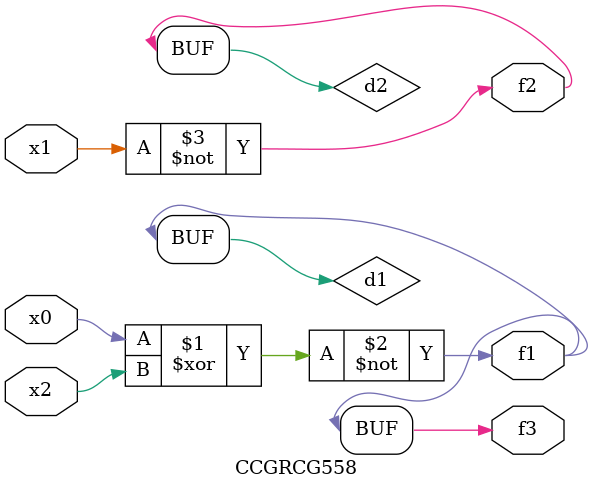
<source format=v>
module CCGRCG558(
	input x0, x1, x2,
	output f1, f2, f3
);

	wire d1, d2, d3;

	xnor (d1, x0, x2);
	nand (d2, x1);
	nor (d3, x1, x2);
	assign f1 = d1;
	assign f2 = d2;
	assign f3 = d1;
endmodule

</source>
